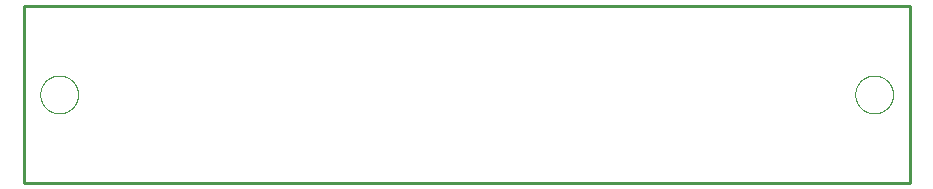
<source format=gbr>
G75*
%MOIN*%
%OFA0B0*%
%FSLAX25Y25*%
%IPPOS*%
%LPD*%
%AMOC8*
5,1,8,0,0,1.08239X$1,22.5*
%
%ADD10C,0.01000*%
%ADD11C,0.00000*%
D10*
X0026375Y0028618D02*
X0026375Y0087673D01*
X0321650Y0087673D01*
X0321650Y0028618D01*
X0026375Y0028618D01*
D11*
X0031887Y0058146D02*
X0031889Y0058304D01*
X0031895Y0058462D01*
X0031905Y0058620D01*
X0031919Y0058778D01*
X0031937Y0058935D01*
X0031958Y0059092D01*
X0031984Y0059248D01*
X0032014Y0059404D01*
X0032047Y0059559D01*
X0032085Y0059712D01*
X0032126Y0059865D01*
X0032171Y0060017D01*
X0032220Y0060168D01*
X0032273Y0060317D01*
X0032329Y0060465D01*
X0032389Y0060611D01*
X0032453Y0060756D01*
X0032521Y0060899D01*
X0032592Y0061041D01*
X0032666Y0061181D01*
X0032744Y0061318D01*
X0032826Y0061454D01*
X0032910Y0061588D01*
X0032999Y0061719D01*
X0033090Y0061848D01*
X0033185Y0061975D01*
X0033282Y0062100D01*
X0033383Y0062222D01*
X0033487Y0062341D01*
X0033594Y0062458D01*
X0033704Y0062572D01*
X0033817Y0062683D01*
X0033932Y0062792D01*
X0034050Y0062897D01*
X0034171Y0062999D01*
X0034294Y0063099D01*
X0034420Y0063195D01*
X0034548Y0063288D01*
X0034678Y0063378D01*
X0034811Y0063464D01*
X0034946Y0063548D01*
X0035082Y0063627D01*
X0035221Y0063704D01*
X0035362Y0063776D01*
X0035504Y0063846D01*
X0035648Y0063911D01*
X0035794Y0063973D01*
X0035941Y0064031D01*
X0036090Y0064086D01*
X0036240Y0064137D01*
X0036391Y0064184D01*
X0036543Y0064227D01*
X0036696Y0064266D01*
X0036851Y0064302D01*
X0037006Y0064333D01*
X0037162Y0064361D01*
X0037318Y0064385D01*
X0037475Y0064405D01*
X0037633Y0064421D01*
X0037790Y0064433D01*
X0037949Y0064441D01*
X0038107Y0064445D01*
X0038265Y0064445D01*
X0038423Y0064441D01*
X0038582Y0064433D01*
X0038739Y0064421D01*
X0038897Y0064405D01*
X0039054Y0064385D01*
X0039210Y0064361D01*
X0039366Y0064333D01*
X0039521Y0064302D01*
X0039676Y0064266D01*
X0039829Y0064227D01*
X0039981Y0064184D01*
X0040132Y0064137D01*
X0040282Y0064086D01*
X0040431Y0064031D01*
X0040578Y0063973D01*
X0040724Y0063911D01*
X0040868Y0063846D01*
X0041010Y0063776D01*
X0041151Y0063704D01*
X0041290Y0063627D01*
X0041426Y0063548D01*
X0041561Y0063464D01*
X0041694Y0063378D01*
X0041824Y0063288D01*
X0041952Y0063195D01*
X0042078Y0063099D01*
X0042201Y0062999D01*
X0042322Y0062897D01*
X0042440Y0062792D01*
X0042555Y0062683D01*
X0042668Y0062572D01*
X0042778Y0062458D01*
X0042885Y0062341D01*
X0042989Y0062222D01*
X0043090Y0062100D01*
X0043187Y0061975D01*
X0043282Y0061848D01*
X0043373Y0061719D01*
X0043462Y0061588D01*
X0043546Y0061454D01*
X0043628Y0061318D01*
X0043706Y0061181D01*
X0043780Y0061041D01*
X0043851Y0060899D01*
X0043919Y0060756D01*
X0043983Y0060611D01*
X0044043Y0060465D01*
X0044099Y0060317D01*
X0044152Y0060168D01*
X0044201Y0060017D01*
X0044246Y0059865D01*
X0044287Y0059712D01*
X0044325Y0059559D01*
X0044358Y0059404D01*
X0044388Y0059248D01*
X0044414Y0059092D01*
X0044435Y0058935D01*
X0044453Y0058778D01*
X0044467Y0058620D01*
X0044477Y0058462D01*
X0044483Y0058304D01*
X0044485Y0058146D01*
X0044483Y0057988D01*
X0044477Y0057830D01*
X0044467Y0057672D01*
X0044453Y0057514D01*
X0044435Y0057357D01*
X0044414Y0057200D01*
X0044388Y0057044D01*
X0044358Y0056888D01*
X0044325Y0056733D01*
X0044287Y0056580D01*
X0044246Y0056427D01*
X0044201Y0056275D01*
X0044152Y0056124D01*
X0044099Y0055975D01*
X0044043Y0055827D01*
X0043983Y0055681D01*
X0043919Y0055536D01*
X0043851Y0055393D01*
X0043780Y0055251D01*
X0043706Y0055111D01*
X0043628Y0054974D01*
X0043546Y0054838D01*
X0043462Y0054704D01*
X0043373Y0054573D01*
X0043282Y0054444D01*
X0043187Y0054317D01*
X0043090Y0054192D01*
X0042989Y0054070D01*
X0042885Y0053951D01*
X0042778Y0053834D01*
X0042668Y0053720D01*
X0042555Y0053609D01*
X0042440Y0053500D01*
X0042322Y0053395D01*
X0042201Y0053293D01*
X0042078Y0053193D01*
X0041952Y0053097D01*
X0041824Y0053004D01*
X0041694Y0052914D01*
X0041561Y0052828D01*
X0041426Y0052744D01*
X0041290Y0052665D01*
X0041151Y0052588D01*
X0041010Y0052516D01*
X0040868Y0052446D01*
X0040724Y0052381D01*
X0040578Y0052319D01*
X0040431Y0052261D01*
X0040282Y0052206D01*
X0040132Y0052155D01*
X0039981Y0052108D01*
X0039829Y0052065D01*
X0039676Y0052026D01*
X0039521Y0051990D01*
X0039366Y0051959D01*
X0039210Y0051931D01*
X0039054Y0051907D01*
X0038897Y0051887D01*
X0038739Y0051871D01*
X0038582Y0051859D01*
X0038423Y0051851D01*
X0038265Y0051847D01*
X0038107Y0051847D01*
X0037949Y0051851D01*
X0037790Y0051859D01*
X0037633Y0051871D01*
X0037475Y0051887D01*
X0037318Y0051907D01*
X0037162Y0051931D01*
X0037006Y0051959D01*
X0036851Y0051990D01*
X0036696Y0052026D01*
X0036543Y0052065D01*
X0036391Y0052108D01*
X0036240Y0052155D01*
X0036090Y0052206D01*
X0035941Y0052261D01*
X0035794Y0052319D01*
X0035648Y0052381D01*
X0035504Y0052446D01*
X0035362Y0052516D01*
X0035221Y0052588D01*
X0035082Y0052665D01*
X0034946Y0052744D01*
X0034811Y0052828D01*
X0034678Y0052914D01*
X0034548Y0053004D01*
X0034420Y0053097D01*
X0034294Y0053193D01*
X0034171Y0053293D01*
X0034050Y0053395D01*
X0033932Y0053500D01*
X0033817Y0053609D01*
X0033704Y0053720D01*
X0033594Y0053834D01*
X0033487Y0053951D01*
X0033383Y0054070D01*
X0033282Y0054192D01*
X0033185Y0054317D01*
X0033090Y0054444D01*
X0032999Y0054573D01*
X0032910Y0054704D01*
X0032826Y0054838D01*
X0032744Y0054974D01*
X0032666Y0055111D01*
X0032592Y0055251D01*
X0032521Y0055393D01*
X0032453Y0055536D01*
X0032389Y0055681D01*
X0032329Y0055827D01*
X0032273Y0055975D01*
X0032220Y0056124D01*
X0032171Y0056275D01*
X0032126Y0056427D01*
X0032085Y0056580D01*
X0032047Y0056733D01*
X0032014Y0056888D01*
X0031984Y0057044D01*
X0031958Y0057200D01*
X0031937Y0057357D01*
X0031919Y0057514D01*
X0031905Y0057672D01*
X0031895Y0057830D01*
X0031889Y0057988D01*
X0031887Y0058146D01*
X0303540Y0058146D02*
X0303542Y0058304D01*
X0303548Y0058462D01*
X0303558Y0058620D01*
X0303572Y0058778D01*
X0303590Y0058935D01*
X0303611Y0059092D01*
X0303637Y0059248D01*
X0303667Y0059404D01*
X0303700Y0059559D01*
X0303738Y0059712D01*
X0303779Y0059865D01*
X0303824Y0060017D01*
X0303873Y0060168D01*
X0303926Y0060317D01*
X0303982Y0060465D01*
X0304042Y0060611D01*
X0304106Y0060756D01*
X0304174Y0060899D01*
X0304245Y0061041D01*
X0304319Y0061181D01*
X0304397Y0061318D01*
X0304479Y0061454D01*
X0304563Y0061588D01*
X0304652Y0061719D01*
X0304743Y0061848D01*
X0304838Y0061975D01*
X0304935Y0062100D01*
X0305036Y0062222D01*
X0305140Y0062341D01*
X0305247Y0062458D01*
X0305357Y0062572D01*
X0305470Y0062683D01*
X0305585Y0062792D01*
X0305703Y0062897D01*
X0305824Y0062999D01*
X0305947Y0063099D01*
X0306073Y0063195D01*
X0306201Y0063288D01*
X0306331Y0063378D01*
X0306464Y0063464D01*
X0306599Y0063548D01*
X0306735Y0063627D01*
X0306874Y0063704D01*
X0307015Y0063776D01*
X0307157Y0063846D01*
X0307301Y0063911D01*
X0307447Y0063973D01*
X0307594Y0064031D01*
X0307743Y0064086D01*
X0307893Y0064137D01*
X0308044Y0064184D01*
X0308196Y0064227D01*
X0308349Y0064266D01*
X0308504Y0064302D01*
X0308659Y0064333D01*
X0308815Y0064361D01*
X0308971Y0064385D01*
X0309128Y0064405D01*
X0309286Y0064421D01*
X0309443Y0064433D01*
X0309602Y0064441D01*
X0309760Y0064445D01*
X0309918Y0064445D01*
X0310076Y0064441D01*
X0310235Y0064433D01*
X0310392Y0064421D01*
X0310550Y0064405D01*
X0310707Y0064385D01*
X0310863Y0064361D01*
X0311019Y0064333D01*
X0311174Y0064302D01*
X0311329Y0064266D01*
X0311482Y0064227D01*
X0311634Y0064184D01*
X0311785Y0064137D01*
X0311935Y0064086D01*
X0312084Y0064031D01*
X0312231Y0063973D01*
X0312377Y0063911D01*
X0312521Y0063846D01*
X0312663Y0063776D01*
X0312804Y0063704D01*
X0312943Y0063627D01*
X0313079Y0063548D01*
X0313214Y0063464D01*
X0313347Y0063378D01*
X0313477Y0063288D01*
X0313605Y0063195D01*
X0313731Y0063099D01*
X0313854Y0062999D01*
X0313975Y0062897D01*
X0314093Y0062792D01*
X0314208Y0062683D01*
X0314321Y0062572D01*
X0314431Y0062458D01*
X0314538Y0062341D01*
X0314642Y0062222D01*
X0314743Y0062100D01*
X0314840Y0061975D01*
X0314935Y0061848D01*
X0315026Y0061719D01*
X0315115Y0061588D01*
X0315199Y0061454D01*
X0315281Y0061318D01*
X0315359Y0061181D01*
X0315433Y0061041D01*
X0315504Y0060899D01*
X0315572Y0060756D01*
X0315636Y0060611D01*
X0315696Y0060465D01*
X0315752Y0060317D01*
X0315805Y0060168D01*
X0315854Y0060017D01*
X0315899Y0059865D01*
X0315940Y0059712D01*
X0315978Y0059559D01*
X0316011Y0059404D01*
X0316041Y0059248D01*
X0316067Y0059092D01*
X0316088Y0058935D01*
X0316106Y0058778D01*
X0316120Y0058620D01*
X0316130Y0058462D01*
X0316136Y0058304D01*
X0316138Y0058146D01*
X0316136Y0057988D01*
X0316130Y0057830D01*
X0316120Y0057672D01*
X0316106Y0057514D01*
X0316088Y0057357D01*
X0316067Y0057200D01*
X0316041Y0057044D01*
X0316011Y0056888D01*
X0315978Y0056733D01*
X0315940Y0056580D01*
X0315899Y0056427D01*
X0315854Y0056275D01*
X0315805Y0056124D01*
X0315752Y0055975D01*
X0315696Y0055827D01*
X0315636Y0055681D01*
X0315572Y0055536D01*
X0315504Y0055393D01*
X0315433Y0055251D01*
X0315359Y0055111D01*
X0315281Y0054974D01*
X0315199Y0054838D01*
X0315115Y0054704D01*
X0315026Y0054573D01*
X0314935Y0054444D01*
X0314840Y0054317D01*
X0314743Y0054192D01*
X0314642Y0054070D01*
X0314538Y0053951D01*
X0314431Y0053834D01*
X0314321Y0053720D01*
X0314208Y0053609D01*
X0314093Y0053500D01*
X0313975Y0053395D01*
X0313854Y0053293D01*
X0313731Y0053193D01*
X0313605Y0053097D01*
X0313477Y0053004D01*
X0313347Y0052914D01*
X0313214Y0052828D01*
X0313079Y0052744D01*
X0312943Y0052665D01*
X0312804Y0052588D01*
X0312663Y0052516D01*
X0312521Y0052446D01*
X0312377Y0052381D01*
X0312231Y0052319D01*
X0312084Y0052261D01*
X0311935Y0052206D01*
X0311785Y0052155D01*
X0311634Y0052108D01*
X0311482Y0052065D01*
X0311329Y0052026D01*
X0311174Y0051990D01*
X0311019Y0051959D01*
X0310863Y0051931D01*
X0310707Y0051907D01*
X0310550Y0051887D01*
X0310392Y0051871D01*
X0310235Y0051859D01*
X0310076Y0051851D01*
X0309918Y0051847D01*
X0309760Y0051847D01*
X0309602Y0051851D01*
X0309443Y0051859D01*
X0309286Y0051871D01*
X0309128Y0051887D01*
X0308971Y0051907D01*
X0308815Y0051931D01*
X0308659Y0051959D01*
X0308504Y0051990D01*
X0308349Y0052026D01*
X0308196Y0052065D01*
X0308044Y0052108D01*
X0307893Y0052155D01*
X0307743Y0052206D01*
X0307594Y0052261D01*
X0307447Y0052319D01*
X0307301Y0052381D01*
X0307157Y0052446D01*
X0307015Y0052516D01*
X0306874Y0052588D01*
X0306735Y0052665D01*
X0306599Y0052744D01*
X0306464Y0052828D01*
X0306331Y0052914D01*
X0306201Y0053004D01*
X0306073Y0053097D01*
X0305947Y0053193D01*
X0305824Y0053293D01*
X0305703Y0053395D01*
X0305585Y0053500D01*
X0305470Y0053609D01*
X0305357Y0053720D01*
X0305247Y0053834D01*
X0305140Y0053951D01*
X0305036Y0054070D01*
X0304935Y0054192D01*
X0304838Y0054317D01*
X0304743Y0054444D01*
X0304652Y0054573D01*
X0304563Y0054704D01*
X0304479Y0054838D01*
X0304397Y0054974D01*
X0304319Y0055111D01*
X0304245Y0055251D01*
X0304174Y0055393D01*
X0304106Y0055536D01*
X0304042Y0055681D01*
X0303982Y0055827D01*
X0303926Y0055975D01*
X0303873Y0056124D01*
X0303824Y0056275D01*
X0303779Y0056427D01*
X0303738Y0056580D01*
X0303700Y0056733D01*
X0303667Y0056888D01*
X0303637Y0057044D01*
X0303611Y0057200D01*
X0303590Y0057357D01*
X0303572Y0057514D01*
X0303558Y0057672D01*
X0303548Y0057830D01*
X0303542Y0057988D01*
X0303540Y0058146D01*
M02*

</source>
